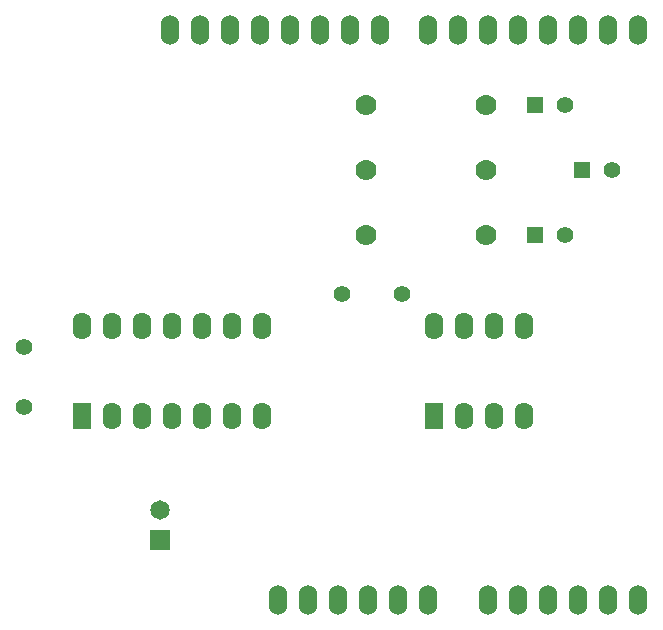
<source format=gts>
%FSLAX34Y34*%
G04 Gerber Fmt 3.4, Leading zero omitted, Abs format*
G04 (created by PCBNEW (2014-02-26 BZR 4721)-product) date Wednesday, 06 July 2016 19:45:04*
%MOIN*%
G01*
G70*
G90*
G04 APERTURE LIST*
%ADD10C,0.005906*%
%ADD11C,0.055000*%
%ADD12R,0.065000X0.065000*%
%ADD13C,0.065000*%
%ADD14R,0.055000X0.055000*%
%ADD15R,0.062000X0.090000*%
%ADD16O,0.062000X0.090000*%
%ADD17C,0.070000*%
%ADD18O,0.060000X0.100000*%
G04 APERTURE END LIST*
G54D10*
G54D11*
X30314Y-39976D03*
X30314Y-37976D03*
G54D12*
X34842Y-44397D03*
G54D13*
X34842Y-43397D03*
G54D11*
X42929Y-36220D03*
X40929Y-36220D03*
G54D14*
X47334Y-29921D03*
G54D11*
X48334Y-29921D03*
G54D14*
X48909Y-32086D03*
G54D11*
X49909Y-32086D03*
G54D14*
X47334Y-34251D03*
G54D11*
X48334Y-34251D03*
G54D15*
X32236Y-40279D03*
G54D16*
X33236Y-40279D03*
X34236Y-40279D03*
X35236Y-40279D03*
X36236Y-40279D03*
X37236Y-40279D03*
X38236Y-40279D03*
X38236Y-37279D03*
X37236Y-37279D03*
X36236Y-37279D03*
X35236Y-37279D03*
X34236Y-37279D03*
X33236Y-37279D03*
X32236Y-37279D03*
G54D17*
X45700Y-29921D03*
X41700Y-29921D03*
X45700Y-32086D03*
X41700Y-32086D03*
X45700Y-34251D03*
X41700Y-34251D03*
G54D18*
X50788Y-46412D03*
X49788Y-46412D03*
X48788Y-46412D03*
X45788Y-46412D03*
X46788Y-46412D03*
X47788Y-46412D03*
X43788Y-46412D03*
X42788Y-46412D03*
X41788Y-46412D03*
X39788Y-46412D03*
X38788Y-46412D03*
X50788Y-27412D03*
X49788Y-27412D03*
X48788Y-27412D03*
X47788Y-27412D03*
X46788Y-27412D03*
X45788Y-27412D03*
X44788Y-27412D03*
X43788Y-27412D03*
X42188Y-27412D03*
X41188Y-27412D03*
X40188Y-27412D03*
X39188Y-27412D03*
X38188Y-27412D03*
X37188Y-27412D03*
X36188Y-27412D03*
X35188Y-27412D03*
X40788Y-46412D03*
G54D15*
X43972Y-40279D03*
G54D16*
X44972Y-40279D03*
X45972Y-40279D03*
X46972Y-40279D03*
X46972Y-37279D03*
X45972Y-37279D03*
X44972Y-37279D03*
X43972Y-37279D03*
M02*

</source>
